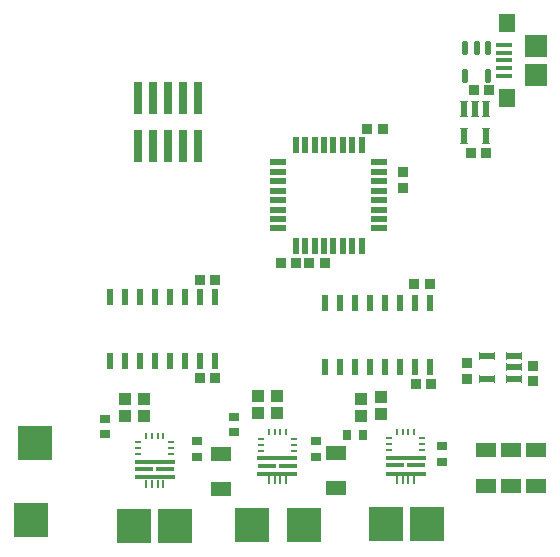
<source format=gtp>
G04*
G04 #@! TF.GenerationSoftware,Altium Limited,Altium Designer,21.9.2 (33)*
G04*
G04 Layer_Color=8421504*
%FSLAX23Y23*%
%MOIN*%
G70*
G04*
G04 #@! TF.SameCoordinates,057B0E17-ACE6-4E06-8752-021C102DDC49*
G04*
G04*
G04 #@! TF.FilePolarity,Positive*
G04*
G01*
G75*
%ADD15R,0.021X0.058*%
%ADD16R,0.020X0.053*%
%ADD17R,0.053X0.020*%
G04:AMPARAMS|DCode=18|XSize=56mil|YSize=23mil|CornerRadius=3mil|HoleSize=0mil|Usage=FLASHONLY|Rotation=180.000|XOffset=0mil|YOffset=0mil|HoleType=Round|Shape=RoundedRectangle|*
%AMROUNDEDRECTD18*
21,1,0.056,0.017,0,0,180.0*
21,1,0.050,0.023,0,0,180.0*
1,1,0.006,-0.025,0.009*
1,1,0.006,0.025,0.009*
1,1,0.006,0.025,-0.009*
1,1,0.006,-0.025,-0.009*
%
%ADD18ROUNDEDRECTD18*%
G04:AMPARAMS|DCode=19|XSize=56mil|YSize=23mil|CornerRadius=3mil|HoleSize=0mil|Usage=FLASHONLY|Rotation=270.000|XOffset=0mil|YOffset=0mil|HoleType=Round|Shape=RoundedRectangle|*
%AMROUNDEDRECTD19*
21,1,0.056,0.017,0,0,270.0*
21,1,0.050,0.023,0,0,270.0*
1,1,0.006,-0.009,-0.025*
1,1,0.006,-0.009,0.025*
1,1,0.006,0.009,0.025*
1,1,0.006,0.009,-0.025*
%
%ADD19ROUNDEDRECTD19*%
%ADD20R,0.062X0.016*%
%ADD21R,0.134X0.016*%
%ADD22R,0.024X0.010*%
%ADD23R,0.010X0.024*%
%ADD24R,0.079X0.012*%
%ADD25R,0.043X0.039*%
%ADD26R,0.033X0.030*%
%ADD27R,0.030X0.033*%
%ADD28R,0.118X0.118*%
%ADD29R,0.075X0.075*%
%ADD30R,0.055X0.063*%
%ADD31R,0.053X0.016*%
%ADD32R,0.029X0.110*%
G04:AMPARAMS|DCode=33|XSize=49mil|YSize=22mil|CornerRadius=5mil|HoleSize=0mil|Usage=FLASHONLY|Rotation=270.000|XOffset=0mil|YOffset=0mil|HoleType=Round|Shape=RoundedRectangle|*
%AMROUNDEDRECTD33*
21,1,0.049,0.011,0,0,270.0*
21,1,0.038,0.022,0,0,270.0*
1,1,0.011,-0.005,-0.019*
1,1,0.011,-0.005,0.019*
1,1,0.011,0.005,0.019*
1,1,0.011,0.005,-0.019*
%
%ADD33ROUNDEDRECTD33*%
%ADD34R,0.035X0.033*%
%ADD35R,0.033X0.035*%
%ADD36R,0.071X0.045*%
%ADD37R,0.134X0.016*%
%ADD38R,0.010X0.028*%
D15*
X1424Y624D02*
D03*
X1374D02*
D03*
X1324D02*
D03*
X1274D02*
D03*
X1224D02*
D03*
X1174D02*
D03*
X1124D02*
D03*
X1074D02*
D03*
Y839D02*
D03*
X1124D02*
D03*
X1174D02*
D03*
X1224D02*
D03*
X1274D02*
D03*
X1324D02*
D03*
X1374D02*
D03*
X1424D02*
D03*
X706Y644D02*
D03*
X656D02*
D03*
X606D02*
D03*
X556D02*
D03*
X506D02*
D03*
X456D02*
D03*
X406D02*
D03*
X356D02*
D03*
Y858D02*
D03*
X406D02*
D03*
X456D02*
D03*
X506D02*
D03*
X556D02*
D03*
X606D02*
D03*
X656D02*
D03*
X706D02*
D03*
D16*
X976Y1028D02*
D03*
X1008D02*
D03*
X1039D02*
D03*
X1071D02*
D03*
X1102D02*
D03*
X1134D02*
D03*
X1165D02*
D03*
X1197D02*
D03*
Y1364D02*
D03*
X1165D02*
D03*
X1134D02*
D03*
X1102D02*
D03*
X1071D02*
D03*
X1039D02*
D03*
X1008D02*
D03*
X976D02*
D03*
D17*
X1255Y1086D02*
D03*
Y1117D02*
D03*
Y1149D02*
D03*
Y1180D02*
D03*
Y1212D02*
D03*
Y1243D02*
D03*
Y1275D02*
D03*
Y1306D02*
D03*
X918D02*
D03*
Y1275D02*
D03*
Y1243D02*
D03*
Y1212D02*
D03*
Y1180D02*
D03*
Y1149D02*
D03*
Y1117D02*
D03*
Y1086D02*
D03*
D18*
X1705Y585D02*
D03*
Y623D02*
D03*
Y660D02*
D03*
X1615Y585D02*
D03*
Y660D02*
D03*
D19*
X1612Y1485D02*
D03*
X1575D02*
D03*
X1537D02*
D03*
X1612Y1394D02*
D03*
X1537D02*
D03*
D20*
X1378Y296D02*
D03*
X1307D02*
D03*
X951Y295D02*
D03*
X879D02*
D03*
X542Y283D02*
D03*
X470D02*
D03*
D21*
X1343Y322D02*
D03*
X915Y321D02*
D03*
X506Y309D02*
D03*
D22*
X1287Y346D02*
D03*
Y386D02*
D03*
Y366D02*
D03*
X1398Y386D02*
D03*
Y366D02*
D03*
Y346D02*
D03*
X860Y345D02*
D03*
Y385D02*
D03*
Y365D02*
D03*
X970Y385D02*
D03*
Y365D02*
D03*
Y345D02*
D03*
X451Y334D02*
D03*
Y373D02*
D03*
Y353D02*
D03*
X561Y373D02*
D03*
Y353D02*
D03*
Y334D02*
D03*
D23*
X1333Y406D02*
D03*
X1352D02*
D03*
X1372D02*
D03*
X1313D02*
D03*
X906Y406D02*
D03*
X925D02*
D03*
X945D02*
D03*
X886D02*
D03*
X496Y394D02*
D03*
X516D02*
D03*
X535D02*
D03*
X476D02*
D03*
D24*
X1343Y269D02*
D03*
X915Y268D02*
D03*
X506Y256D02*
D03*
D25*
X406Y516D02*
D03*
Y461D02*
D03*
X472Y516D02*
D03*
Y461D02*
D03*
X913Y528D02*
D03*
Y472D02*
D03*
X850Y528D02*
D03*
Y472D02*
D03*
X1260Y524D02*
D03*
Y469D02*
D03*
X1193Y516D02*
D03*
Y461D02*
D03*
D26*
X339Y451D02*
D03*
Y400D02*
D03*
X646Y325D02*
D03*
Y376D02*
D03*
X772Y459D02*
D03*
Y407D02*
D03*
X1043Y325D02*
D03*
Y376D02*
D03*
X1465Y309D02*
D03*
Y360D02*
D03*
D27*
X1148Y398D02*
D03*
X1199D02*
D03*
D28*
X94Y114D02*
D03*
X575Y94D02*
D03*
X106Y370D02*
D03*
X437Y94D02*
D03*
X1004Y98D02*
D03*
X831D02*
D03*
X1413Y102D02*
D03*
X1276D02*
D03*
D29*
X1776Y1598D02*
D03*
Y1693D02*
D03*
D30*
X1679Y1772D02*
D03*
Y1520D02*
D03*
D31*
X1670Y1697D02*
D03*
Y1671D02*
D03*
Y1646D02*
D03*
Y1620D02*
D03*
Y1594D02*
D03*
D32*
X601Y1362D02*
D03*
Y1522D02*
D03*
X651Y1362D02*
D03*
Y1522D02*
D03*
X451Y1362D02*
D03*
Y1522D02*
D03*
X501Y1362D02*
D03*
Y1522D02*
D03*
X551Y1362D02*
D03*
Y1522D02*
D03*
D33*
X1617Y1686D02*
D03*
X1579D02*
D03*
X1542D02*
D03*
Y1595D02*
D03*
X1617D02*
D03*
D34*
X1335Y1222D02*
D03*
Y1274D02*
D03*
X1546Y636D02*
D03*
Y585D02*
D03*
X1766Y628D02*
D03*
Y577D02*
D03*
D35*
X1073Y972D02*
D03*
X1022D02*
D03*
X1561Y1337D02*
D03*
X1612D02*
D03*
X1569Y1546D02*
D03*
X1620D02*
D03*
X1427Y567D02*
D03*
X1376D02*
D03*
X1372Y902D02*
D03*
X1423D02*
D03*
X1215Y1417D02*
D03*
X1266D02*
D03*
X707Y587D02*
D03*
X656D02*
D03*
X656Y913D02*
D03*
X707D02*
D03*
X927Y972D02*
D03*
X978D02*
D03*
D36*
X728Y217D02*
D03*
Y335D02*
D03*
X1776Y228D02*
D03*
Y346D02*
D03*
X1610Y228D02*
D03*
Y346D02*
D03*
X1693Y228D02*
D03*
Y346D02*
D03*
X1110Y220D02*
D03*
Y339D02*
D03*
D37*
X1343Y269D02*
D03*
X915Y268D02*
D03*
X506Y256D02*
D03*
D38*
X1313Y248D02*
D03*
X1372D02*
D03*
X1333D02*
D03*
X1352D02*
D03*
X886Y247D02*
D03*
X945D02*
D03*
X906D02*
D03*
X925D02*
D03*
X476Y235D02*
D03*
X535D02*
D03*
X496D02*
D03*
X516D02*
D03*
M02*

</source>
